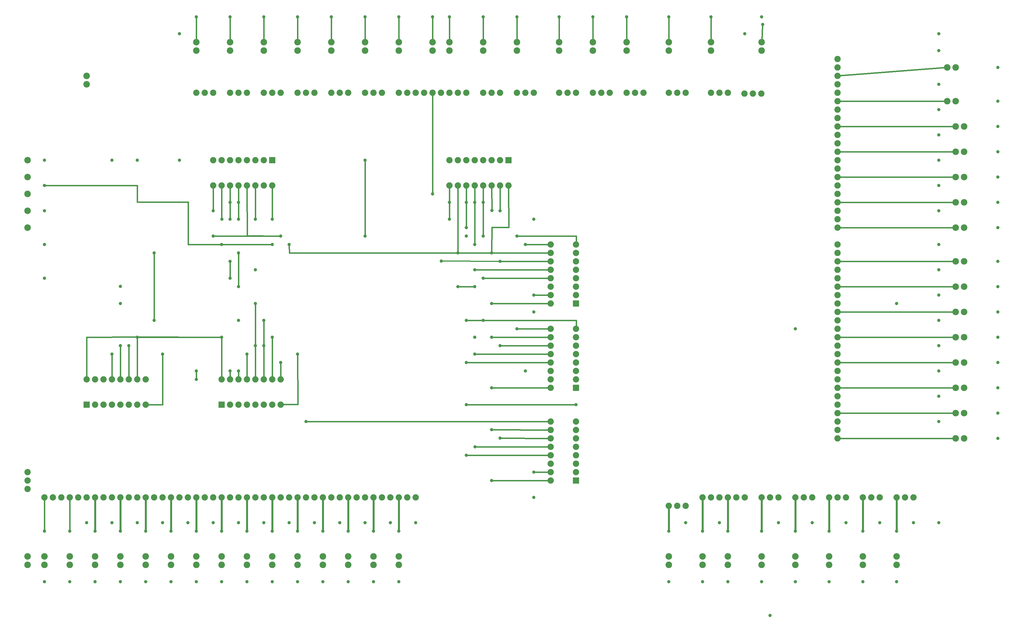
<source format=gbl>
G04 MADE WITH FRITZING*
G04 WWW.FRITZING.ORG*
G04 DOUBLE SIDED*
G04 HOLES PLATED*
G04 CONTOUR ON CENTER OF CONTOUR VECTOR*
%ASAXBY*%
%FSLAX23Y23*%
%MOIN*%
%OFA0B0*%
%SFA1.0B1.0*%
%ADD10C,0.039370*%
%ADD11C,0.078000*%
%ADD12C,0.075000*%
%ADD13R,0.075000X0.075000*%
%ADD14C,0.012000*%
%ADD15C,0.016000*%
%ADD16C,0.024000*%
%LNCOPPER0*%
G90*
G70*
G54D10*
X5083Y4596D03*
X2482Y4794D03*
X2483Y5093D03*
X3081Y5093D03*
X3282Y4794D03*
X5682Y4694D03*
X1280Y4295D03*
X5282Y4294D03*
X5582Y3894D03*
X5682Y3694D03*
X6082Y3294D03*
X5681Y2596D03*
X5681Y1994D03*
X5782Y2495D03*
X5483Y2394D03*
X5382Y2293D03*
X3481Y2693D03*
X382Y5494D03*
X382Y5794D03*
X382Y4794D03*
X382Y4394D03*
X382Y5194D03*
X4982Y5394D03*
X5684Y5196D03*
X5782Y5194D03*
X6882Y7494D03*
X5482Y3694D03*
X8893Y7402D03*
X2882Y4094D03*
X5682Y4094D03*
X5482Y3494D03*
X3282Y1494D03*
X2982Y1494D03*
X2382Y1494D03*
X11682Y2494D03*
X8882Y7494D03*
X7782Y7494D03*
X7282Y7494D03*
X8282Y7494D03*
X6482Y7494D03*
X9282Y3794D03*
X10482Y4094D03*
X5982Y7494D03*
X5582Y7494D03*
X5182Y7494D03*
X4982Y7494D03*
X4582Y7494D03*
X4182Y7494D03*
X3382Y7494D03*
X2982Y7494D03*
X2582Y7494D03*
X2182Y7494D03*
G54D11*
X682Y1094D03*
X682Y994D03*
X10482Y1094D03*
X10482Y994D03*
X11182Y2494D03*
X11282Y2494D03*
X11182Y2794D03*
X11282Y2794D03*
X11182Y3094D03*
X11282Y3094D03*
X11182Y3394D03*
X11282Y3394D03*
X11182Y3994D03*
X11282Y3994D03*
X11182Y3694D03*
X11282Y3694D03*
X11182Y4294D03*
X11282Y4294D03*
X11182Y4594D03*
X11282Y4594D03*
X11182Y4994D03*
X11282Y4994D03*
X11182Y5294D03*
X11282Y5294D03*
X11182Y5594D03*
X11282Y5594D03*
X11182Y5894D03*
X11282Y5894D03*
X11182Y6194D03*
X11282Y6194D03*
X11082Y6494D03*
X11182Y6494D03*
X11082Y6894D03*
X11182Y6894D03*
X8882Y7094D03*
X8882Y7194D03*
X8282Y7194D03*
X8282Y7094D03*
X7782Y7194D03*
X7782Y7094D03*
X7282Y7194D03*
X7282Y7094D03*
X6882Y7194D03*
X6882Y7094D03*
X6482Y7194D03*
X6482Y7094D03*
X5982Y7194D03*
X5982Y7094D03*
X5582Y7194D03*
X5582Y7094D03*
X5182Y7194D03*
X5182Y7094D03*
X4982Y7194D03*
X4982Y7094D03*
X4582Y7194D03*
X4582Y7094D03*
X882Y6794D03*
X882Y6694D03*
X182Y5794D03*
X182Y5594D03*
X182Y5394D03*
X182Y5194D03*
X182Y4994D03*
X4182Y7194D03*
X4182Y7094D03*
X3782Y7194D03*
X3782Y7094D03*
X3382Y7194D03*
X3382Y7094D03*
X2982Y7194D03*
X2982Y7094D03*
X2582Y7194D03*
X2582Y7094D03*
X2182Y7194D03*
X2182Y7094D03*
X10082Y1094D03*
X10082Y994D03*
X9682Y1094D03*
X9682Y994D03*
X9282Y1094D03*
X9282Y994D03*
X8882Y1094D03*
X8882Y994D03*
X8482Y1094D03*
X8482Y994D03*
X8182Y1094D03*
X8182Y994D03*
X7782Y1094D03*
X7782Y994D03*
X4582Y1094D03*
X4582Y994D03*
X4282Y1094D03*
X4282Y994D03*
X3982Y1094D03*
X3982Y994D03*
X3382Y1094D03*
X3382Y994D03*
X3082Y1094D03*
X3082Y994D03*
X2782Y1094D03*
X2782Y994D03*
X3682Y1094D03*
X3682Y994D03*
X2482Y1094D03*
X2482Y994D03*
X2182Y1094D03*
X2182Y994D03*
X1882Y1094D03*
X1882Y994D03*
X1582Y1094D03*
X1582Y994D03*
X1282Y1094D03*
X1282Y994D03*
X982Y1094D03*
X982Y994D03*
X382Y1094D03*
X382Y994D03*
X182Y1094D03*
X182Y994D03*
G54D10*
X8282Y7494D03*
X11682Y6894D03*
X11682Y6494D03*
X11682Y6194D03*
X11682Y5894D03*
X11682Y5594D03*
X11682Y5294D03*
X11682Y4994D03*
X11682Y4594D03*
X11682Y4294D03*
X11682Y3994D03*
X11682Y3694D03*
X11682Y3394D03*
X11682Y2794D03*
X11682Y3094D03*
X10082Y794D03*
X9682Y794D03*
X9282Y794D03*
X382Y794D03*
X1282Y794D03*
X1582Y794D03*
X1882Y794D03*
X2182Y794D03*
X2482Y794D03*
X2782Y794D03*
X3082Y794D03*
X3382Y794D03*
X3682Y794D03*
X3982Y794D03*
X4282Y794D03*
X4582Y794D03*
X7782Y794D03*
X8182Y794D03*
X8482Y794D03*
X8882Y794D03*
X682Y794D03*
X381Y1394D03*
X682Y1394D03*
X982Y1394D03*
X10482Y1394D03*
X2882Y5094D03*
X3082Y4794D03*
X1482Y5794D03*
X1182Y5794D03*
X2682Y5294D03*
X2682Y5094D03*
X2682Y4694D03*
X2682Y4294D03*
X2582Y5294D03*
X2582Y5094D03*
X2582Y4594D03*
X2582Y4394D03*
X2382Y4894D03*
X3182Y4894D03*
X4182Y5794D03*
X4182Y4894D03*
X5582Y5294D03*
X5582Y4894D03*
X5382Y4894D03*
X5582Y4394D03*
X5382Y3894D03*
X5382Y3394D03*
X6682Y2894D03*
X3382Y3494D03*
X5682Y3094D03*
X3082Y3694D03*
X2482Y3694D03*
X1482Y3694D03*
X2882Y4494D03*
X5482Y5294D03*
X5482Y4294D03*
X5482Y4794D03*
X5482Y4494D03*
X2882Y3594D03*
X1282Y3594D03*
X5382Y5294D03*
X5382Y4994D03*
X1682Y4694D03*
X1682Y3894D03*
X1382Y3594D03*
X2982Y3894D03*
X2682Y3894D03*
X5782Y4594D03*
X5782Y3594D03*
X5182Y5294D03*
X5182Y5094D03*
X6182Y5094D03*
X5982Y4894D03*
X6182Y4194D03*
X6182Y3994D03*
X5382Y2894D03*
X2782Y3494D03*
X2982Y3594D03*
X2682Y3294D03*
X1182Y3494D03*
X2582Y3294D03*
X2182Y3294D03*
X2182Y3194D03*
X6182Y2094D03*
X6182Y1794D03*
G54D12*
X2482Y2894D03*
X2482Y3194D03*
X2582Y2894D03*
X2582Y3194D03*
X2682Y2894D03*
X2682Y3194D03*
X2782Y2894D03*
X2782Y3194D03*
X2882Y2894D03*
X2882Y3194D03*
X2982Y2894D03*
X2982Y3194D03*
X3082Y2894D03*
X3082Y3194D03*
X3182Y2894D03*
X3182Y3194D03*
X6682Y1994D03*
X6382Y1994D03*
X6682Y2094D03*
X6382Y2094D03*
X6682Y2194D03*
X6382Y2194D03*
X6682Y2294D03*
X6382Y2294D03*
X6682Y2394D03*
X6382Y2394D03*
X6682Y2494D03*
X6382Y2494D03*
X6682Y2594D03*
X6382Y2594D03*
X6682Y2694D03*
X6382Y2694D03*
X6682Y3094D03*
X6382Y3094D03*
X6682Y3194D03*
X6382Y3194D03*
X6682Y3294D03*
X6382Y3294D03*
X6682Y3394D03*
X6382Y3394D03*
X6682Y3494D03*
X6382Y3494D03*
X6682Y3594D03*
X6382Y3594D03*
X6682Y3694D03*
X6382Y3694D03*
X6682Y3794D03*
X6382Y3794D03*
X6682Y4094D03*
X6382Y4094D03*
X6682Y4194D03*
X6382Y4194D03*
X6682Y4294D03*
X6382Y4294D03*
X6682Y4394D03*
X6382Y4394D03*
X6682Y4494D03*
X6382Y4494D03*
X6682Y4594D03*
X6382Y4594D03*
X6682Y4694D03*
X6382Y4694D03*
X6682Y4794D03*
X6382Y4794D03*
X5882Y5794D03*
X5882Y5494D03*
X5782Y5794D03*
X5782Y5494D03*
X5682Y5794D03*
X5682Y5494D03*
X5582Y5794D03*
X5582Y5494D03*
X5482Y5794D03*
X5482Y5494D03*
X5382Y5794D03*
X5382Y5494D03*
X5282Y5794D03*
X5282Y5494D03*
X5182Y5794D03*
X5182Y5494D03*
X3082Y5794D03*
X3082Y5494D03*
X2982Y5794D03*
X2982Y5494D03*
X2882Y5794D03*
X2882Y5494D03*
X2782Y5794D03*
X2782Y5494D03*
X2682Y5794D03*
X2682Y5494D03*
X2582Y5794D03*
X2582Y5494D03*
X2482Y5794D03*
X2482Y5494D03*
X2382Y5794D03*
X2382Y5494D03*
G54D10*
X3782Y7494D03*
X8982Y394D03*
X2382Y5194D03*
X6082Y4794D03*
X1282Y4094D03*
X5982Y3794D03*
G54D12*
X882Y2894D03*
X882Y3194D03*
X982Y2894D03*
X982Y3194D03*
X1082Y2894D03*
X1082Y3194D03*
X1182Y2894D03*
X1182Y3194D03*
X1282Y2894D03*
X1282Y3194D03*
X1382Y2894D03*
X1382Y3194D03*
X1482Y2894D03*
X1482Y3194D03*
X1582Y2894D03*
X1582Y3194D03*
G54D10*
X1782Y3494D03*
X3182Y3394D03*
G54D12*
X2482Y1794D03*
X2582Y1794D03*
X2682Y1794D03*
X1882Y1794D03*
X1982Y1794D03*
X2082Y1794D03*
X1582Y1794D03*
X1682Y1794D03*
X1782Y1794D03*
X1282Y1794D03*
X1382Y1794D03*
X1482Y1794D03*
X182Y1894D03*
X182Y1994D03*
X182Y2094D03*
X2182Y1794D03*
X2282Y1794D03*
X2382Y1794D03*
X3982Y1794D03*
X4082Y1794D03*
X4182Y1794D03*
X2782Y1794D03*
X2882Y1794D03*
X2982Y1794D03*
X3082Y1794D03*
X3182Y1794D03*
X3282Y1794D03*
X3682Y1794D03*
X3782Y1794D03*
X3882Y1794D03*
X3382Y1794D03*
X3482Y1794D03*
X3582Y1794D03*
X9782Y6494D03*
X9782Y6594D03*
X9782Y6694D03*
X9782Y6194D03*
X9782Y6294D03*
X9782Y6394D03*
X9782Y5894D03*
X9782Y5994D03*
X9782Y6094D03*
X9782Y5594D03*
X9782Y5694D03*
X9782Y5794D03*
X9782Y5294D03*
X9782Y5394D03*
X9782Y5494D03*
X9782Y4994D03*
X9782Y5094D03*
X9782Y5194D03*
X9782Y4594D03*
X9782Y4694D03*
X9782Y4794D03*
X9782Y4294D03*
X9782Y4394D03*
X9782Y4494D03*
X9782Y6794D03*
X9782Y6894D03*
X9782Y6994D03*
X8878Y6583D03*
X8778Y6583D03*
X8678Y6583D03*
X9782Y3994D03*
X9782Y4094D03*
X9782Y4194D03*
X9782Y3694D03*
X9782Y3794D03*
X9782Y3894D03*
X9782Y3394D03*
X9782Y3494D03*
X9782Y3594D03*
X9782Y3094D03*
X9782Y3194D03*
X9782Y3294D03*
X9782Y2794D03*
X9782Y2894D03*
X9782Y2994D03*
X9782Y2494D03*
X9782Y2594D03*
X9782Y2694D03*
X2982Y6594D03*
X3082Y6594D03*
X3182Y6594D03*
X3382Y6594D03*
X3482Y6594D03*
X3582Y6594D03*
X4182Y6594D03*
X4282Y6594D03*
X4382Y6594D03*
X4582Y6594D03*
X4682Y6594D03*
X4782Y6594D03*
X4882Y6594D03*
X4982Y6594D03*
X5082Y6594D03*
X5182Y6594D03*
X5282Y6594D03*
X5382Y6594D03*
X5582Y6594D03*
X5682Y6594D03*
X5782Y6594D03*
X5982Y6594D03*
X6082Y6594D03*
X6182Y6594D03*
X6482Y6594D03*
X6582Y6594D03*
X6682Y6594D03*
X6882Y6594D03*
X6982Y6594D03*
X7082Y6594D03*
X7282Y6594D03*
X7382Y6594D03*
X7482Y6594D03*
X7782Y6594D03*
X7882Y6594D03*
X7982Y6594D03*
X8282Y6594D03*
X8382Y6594D03*
X8482Y6594D03*
X2582Y6594D03*
X2682Y6594D03*
X2782Y6594D03*
X2182Y6594D03*
X2282Y6594D03*
X2382Y6594D03*
X3782Y6594D03*
X3882Y6594D03*
X3982Y6594D03*
G54D10*
X1982Y5794D03*
X1982Y7294D03*
G54D12*
X4282Y1794D03*
X4382Y1794D03*
X4482Y1794D03*
X982Y1794D03*
X1082Y1794D03*
X1182Y1794D03*
X10482Y1794D03*
X10582Y1794D03*
X10682Y1794D03*
X10082Y1794D03*
X10182Y1794D03*
X10282Y1794D03*
X7782Y1694D03*
X7882Y1694D03*
X7982Y1694D03*
X4582Y1794D03*
X4682Y1794D03*
X4782Y1794D03*
X8882Y1794D03*
X8982Y1794D03*
X9082Y1794D03*
X8182Y1794D03*
X8282Y1794D03*
X8382Y1794D03*
X8482Y1794D03*
X8582Y1794D03*
X8682Y1794D03*
X9282Y1794D03*
X9382Y1794D03*
X9482Y1794D03*
X9682Y1794D03*
X9782Y1794D03*
X9882Y1794D03*
G54D10*
X8682Y7294D03*
X10982Y7094D03*
X10982Y6694D03*
X10982Y6394D03*
X10982Y6094D03*
X10982Y5794D03*
X10982Y5194D03*
X10982Y5494D03*
X10982Y4794D03*
X10982Y4494D03*
X10982Y4194D03*
X10982Y3894D03*
X10982Y3594D03*
X10982Y7294D03*
X10982Y3294D03*
X10982Y2994D03*
X10982Y2694D03*
X10982Y1494D03*
X982Y794D03*
X1282Y1394D03*
X1582Y1394D03*
X1882Y1394D03*
X2182Y1394D03*
X2482Y1394D03*
X2782Y1394D03*
X3082Y1394D03*
X3382Y1394D03*
X3682Y1394D03*
X3982Y1394D03*
X4282Y1394D03*
X4582Y1394D03*
X7782Y1394D03*
X8182Y1394D03*
X8482Y1394D03*
X8882Y1394D03*
X9282Y1394D03*
X9682Y1394D03*
X10082Y1394D03*
X10482Y794D03*
X10682Y1494D03*
X9882Y1494D03*
X9482Y1494D03*
X8382Y1494D03*
X7982Y1494D03*
X4482Y1494D03*
X2682Y1494D03*
X2082Y1494D03*
X1782Y1494D03*
X1482Y1494D03*
X1182Y1494D03*
X3582Y1494D03*
X3882Y1494D03*
X4182Y1494D03*
X4782Y1494D03*
X9082Y1494D03*
X10282Y1494D03*
X5282Y4694D03*
G54D12*
X382Y1794D03*
X482Y1794D03*
X582Y1794D03*
X682Y1794D03*
X782Y1794D03*
X882Y1794D03*
G54D10*
X882Y1494D03*
G54D13*
X2482Y2894D03*
X6682Y1994D03*
X6682Y3094D03*
X6682Y4094D03*
X5882Y5794D03*
X3082Y5794D03*
X882Y2894D03*
G54D14*
X5769Y4594D02*
X5096Y4596D01*
G54D15*
D02*
X2482Y5471D02*
X2482Y5107D01*
D02*
X5269Y4694D02*
X3283Y4693D01*
D02*
X3283Y4693D02*
X3282Y4781D01*
D02*
X5669Y4694D02*
X5296Y4694D01*
D02*
X5683Y4996D02*
X5682Y4708D01*
D02*
X5883Y4996D02*
X5683Y4996D01*
D02*
X5882Y5471D02*
X5883Y4996D01*
D02*
X6359Y4694D02*
X5696Y4694D01*
D02*
X5496Y4494D02*
X6359Y4494D01*
D02*
X5469Y4294D02*
X5382Y4294D01*
D02*
X5382Y4294D02*
X5296Y4294D01*
D02*
X6684Y3894D02*
X5596Y3894D01*
D02*
X6683Y3817D02*
X6684Y3894D01*
D02*
X6359Y3694D02*
X5696Y3694D01*
D02*
X6359Y3594D02*
X5796Y3594D01*
D02*
X6196Y2094D02*
X6359Y2094D01*
D02*
X6359Y1994D02*
X5694Y1994D01*
D02*
X6359Y2594D02*
X5694Y2596D01*
D02*
X6359Y2494D02*
X5795Y2495D01*
D02*
X6359Y2394D02*
X5496Y2394D01*
D02*
X6359Y2294D02*
X5395Y2293D01*
D02*
X3495Y2693D02*
X6359Y2694D01*
D02*
X2682Y5471D02*
X2682Y5308D01*
D02*
X2582Y5471D02*
X2582Y5308D01*
D02*
X2382Y5208D02*
X2382Y5471D01*
D02*
X4982Y6571D02*
X4982Y5408D01*
D02*
X5382Y5308D02*
X5382Y5471D01*
D02*
X5182Y5308D02*
X5182Y5471D01*
D02*
X5482Y5471D02*
X5482Y5308D01*
D02*
X5582Y5471D02*
X5582Y5308D01*
D02*
X5683Y5210D02*
X5682Y5471D01*
D02*
X5782Y5471D02*
X5782Y5208D01*
D02*
X6882Y7481D02*
X6882Y7219D01*
D02*
X6359Y4394D02*
X5596Y4394D01*
D02*
X6196Y4194D02*
X6359Y4194D01*
D02*
X6683Y4893D02*
X5996Y4894D01*
D02*
X6683Y4817D02*
X6683Y4893D01*
D02*
X6359Y3394D02*
X5396Y3394D01*
D02*
X8892Y7388D02*
X8884Y7219D01*
D02*
X2882Y3608D02*
X2882Y4081D01*
D02*
X2982Y3608D02*
X2982Y3881D01*
D02*
X2182Y7219D02*
X2182Y7481D01*
D02*
X2582Y7481D02*
X2582Y7219D01*
D02*
X2982Y7481D02*
X2982Y7219D01*
D02*
X382Y1771D02*
X381Y1407D01*
D02*
X682Y1771D02*
X682Y1408D01*
G54D16*
D02*
X982Y1766D02*
X982Y1413D01*
D02*
X1282Y1766D02*
X1282Y1413D01*
D02*
X1582Y1766D02*
X1582Y1413D01*
D02*
X1882Y1766D02*
X1882Y1413D01*
D02*
X2182Y1766D02*
X2182Y1413D01*
D02*
X2482Y1766D02*
X2482Y1413D01*
D02*
X2782Y1766D02*
X2782Y1413D01*
D02*
X3382Y1766D02*
X3382Y1413D01*
D02*
X3082Y1766D02*
X3082Y1413D01*
D02*
X3682Y1766D02*
X3682Y1413D01*
D02*
X3982Y1766D02*
X3982Y1413D01*
D02*
X4282Y1766D02*
X4282Y1413D01*
D02*
X4582Y1766D02*
X4582Y1413D01*
D02*
X7782Y1666D02*
X7782Y1413D01*
D02*
X8182Y1766D02*
X8182Y1413D01*
D02*
X8482Y1766D02*
X8482Y1413D01*
D02*
X8882Y1766D02*
X8882Y1413D01*
D02*
X9282Y1413D02*
X9282Y1766D01*
D02*
X9682Y1766D02*
X9682Y1413D01*
D02*
X10082Y1766D02*
X10082Y1413D01*
D02*
X10482Y1766D02*
X10482Y1413D01*
G54D15*
D02*
X9805Y2494D02*
X11158Y2494D01*
D02*
X9805Y2794D02*
X11158Y2794D01*
D02*
X9805Y3094D02*
X11158Y3094D01*
D02*
X9805Y3394D02*
X11158Y3394D01*
D02*
X9805Y3694D02*
X11158Y3694D01*
D02*
X9805Y3994D02*
X11158Y3994D01*
D02*
X9805Y4294D02*
X11158Y4294D01*
D02*
X9805Y4594D02*
X11158Y4594D01*
D02*
X9805Y4994D02*
X11158Y4994D01*
D02*
X9805Y5294D02*
X11158Y5294D01*
D02*
X9805Y5594D02*
X11158Y5594D01*
D02*
X9805Y5894D02*
X11158Y5894D01*
D02*
X9805Y6194D02*
X11158Y6194D01*
D02*
X9805Y6494D02*
X11058Y6494D01*
D02*
X11058Y6893D02*
X9805Y6796D01*
D02*
X8282Y7481D02*
X8282Y7219D01*
D02*
X7782Y7481D02*
X7782Y7219D01*
D02*
X7282Y7481D02*
X7282Y7219D01*
D02*
X6482Y7481D02*
X6482Y7219D01*
D02*
X5982Y7481D02*
X5982Y7219D01*
D02*
X5582Y7481D02*
X5582Y7219D01*
D02*
X5182Y7481D02*
X5182Y7219D01*
D02*
X4982Y7481D02*
X4982Y7219D01*
D02*
X4582Y7481D02*
X4582Y7219D01*
D02*
X4182Y7481D02*
X4182Y7219D01*
D02*
X3782Y7481D02*
X3782Y7219D01*
D02*
X3382Y7481D02*
X3382Y7219D01*
D02*
X2882Y5471D02*
X2882Y5108D01*
D02*
X3169Y4894D02*
X2396Y4894D01*
D02*
X2083Y4793D02*
X2083Y5295D01*
D02*
X2083Y5295D02*
X1482Y5295D01*
D02*
X1482Y5295D02*
X1482Y5492D01*
D02*
X1482Y5492D02*
X396Y5494D01*
D02*
X2469Y4794D02*
X2083Y4793D01*
D02*
X3069Y4794D02*
X2496Y4794D01*
D02*
X2582Y4581D02*
X2582Y4408D01*
D02*
X2582Y5281D02*
X2582Y5108D01*
D02*
X2682Y4681D02*
X2682Y4308D01*
D02*
X2682Y5281D02*
X2682Y5108D01*
D02*
X5282Y4708D02*
X5282Y5471D01*
D02*
X5396Y3894D02*
X5569Y3894D01*
D02*
X5582Y5281D02*
X5582Y4908D01*
D02*
X2783Y4896D02*
X3169Y4894D01*
D02*
X4182Y5781D02*
X4182Y4908D01*
D02*
X2782Y5471D02*
X2783Y4896D01*
D02*
X1481Y3696D02*
X2469Y3694D01*
D02*
X881Y3694D02*
X1481Y3696D01*
D02*
X882Y3217D02*
X881Y3694D01*
D02*
X3082Y3217D02*
X3082Y3681D01*
D02*
X2482Y3217D02*
X2482Y3681D01*
D02*
X1682Y3992D02*
X1682Y4681D01*
D02*
X1682Y3908D02*
X1682Y3992D01*
D02*
X1382Y3217D02*
X1382Y3581D01*
D02*
X1282Y3217D02*
X1282Y3581D01*
D02*
X2882Y3217D02*
X2882Y3581D01*
D02*
X6359Y3494D02*
X5496Y3494D01*
D02*
X5482Y5281D02*
X5482Y4808D01*
D02*
X1496Y3694D02*
X2469Y3694D01*
D02*
X1482Y3217D02*
X1482Y3681D01*
D02*
X5182Y5108D02*
X5182Y5281D01*
D02*
X5381Y5095D02*
X5382Y5281D01*
D02*
X6081Y4593D02*
X5796Y4594D01*
D02*
X6359Y4594D02*
X6081Y4593D01*
D02*
X5382Y5008D02*
X5381Y5095D01*
D02*
X2682Y3217D02*
X2682Y3281D01*
D02*
X6096Y4794D02*
X6359Y4794D01*
D02*
X2982Y3217D02*
X2982Y3581D01*
D02*
X3384Y2896D02*
X3382Y3481D01*
D02*
X3205Y2895D02*
X3384Y2896D01*
D02*
X2782Y3217D02*
X2782Y3481D01*
D02*
X5396Y2894D02*
X6669Y2894D01*
D02*
X2182Y3208D02*
X2182Y3281D01*
D02*
X2582Y3281D02*
X2582Y3217D01*
D02*
X1182Y3217D02*
X1182Y3481D01*
D02*
X1782Y2892D02*
X1605Y2894D01*
D02*
X1782Y3481D02*
X1782Y2892D01*
D02*
X5996Y3794D02*
X6359Y3794D01*
D02*
X3182Y3381D02*
X3182Y3217D01*
D02*
X3082Y5471D02*
X3081Y5107D01*
D02*
X5696Y4094D02*
X6359Y4094D01*
D02*
X6081Y3093D02*
X6359Y3094D01*
D02*
X5696Y3094D02*
X6081Y3093D01*
G04 End of Copper0*
M02*
</source>
